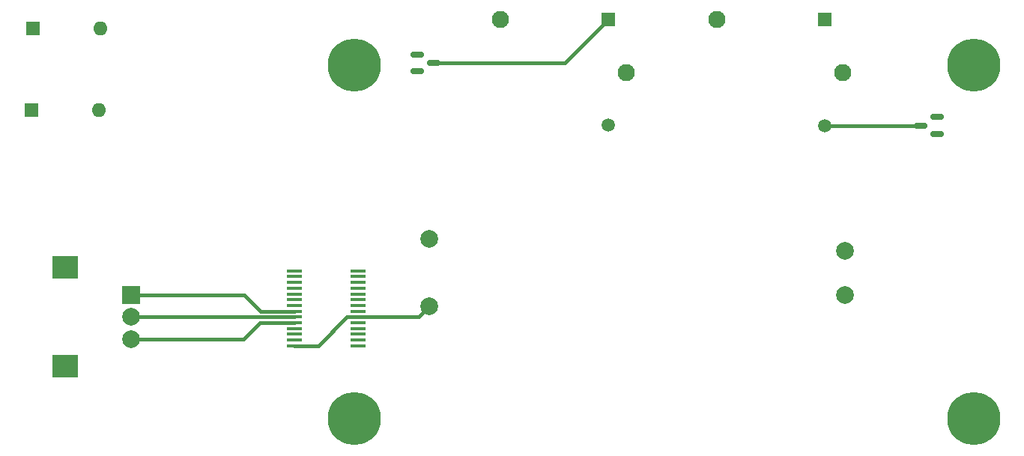
<source format=gbr>
%TF.GenerationSoftware,KiCad,Pcbnew,7.0.7*%
%TF.CreationDate,2023-12-17T16:56:00-07:00*%
%TF.ProjectId,Blank Cu Board,426c616e-6b20-4437-9520-426f6172642e,rev?*%
%TF.SameCoordinates,Original*%
%TF.FileFunction,Copper,L1,Top*%
%TF.FilePolarity,Positive*%
%FSLAX46Y46*%
G04 Gerber Fmt 4.6, Leading zero omitted, Abs format (unit mm)*
G04 Created by KiCad (PCBNEW 7.0.7) date 2023-12-17 16:56:00*
%MOMM*%
%LPD*%
G01*
G04 APERTURE LIST*
G04 Aperture macros list*
%AMRoundRect*
0 Rectangle with rounded corners*
0 $1 Rounding radius*
0 $2 $3 $4 $5 $6 $7 $8 $9 X,Y pos of 4 corners*
0 Add a 4 corners polygon primitive as box body*
4,1,4,$2,$3,$4,$5,$6,$7,$8,$9,$2,$3,0*
0 Add four circle primitives for the rounded corners*
1,1,$1+$1,$2,$3*
1,1,$1+$1,$4,$5*
1,1,$1+$1,$6,$7*
1,1,$1+$1,$8,$9*
0 Add four rect primitives between the rounded corners*
20,1,$1+$1,$2,$3,$4,$5,0*
20,1,$1+$1,$4,$5,$6,$7,0*
20,1,$1+$1,$6,$7,$8,$9,0*
20,1,$1+$1,$8,$9,$2,$3,0*%
G04 Aperture macros list end*
%TA.AperFunction,ComponentPad*%
%ADD10C,2.000000*%
%TD*%
%TA.AperFunction,ComponentPad*%
%ADD11R,1.600000X1.600000*%
%TD*%
%TA.AperFunction,ComponentPad*%
%ADD12O,1.600000X1.600000*%
%TD*%
%TA.AperFunction,SMDPad,CuDef*%
%ADD13RoundRect,0.150000X0.587500X0.150000X-0.587500X0.150000X-0.587500X-0.150000X0.587500X-0.150000X0*%
%TD*%
%TA.AperFunction,ComponentPad*%
%ADD14R,1.500000X1.500000*%
%TD*%
%TA.AperFunction,ComponentPad*%
%ADD15C,1.950000*%
%TD*%
%TA.AperFunction,ComponentPad*%
%ADD16C,1.500000*%
%TD*%
%TA.AperFunction,SMDPad,CuDef*%
%ADD17R,1.750000X0.450000*%
%TD*%
%TA.AperFunction,SMDPad,CuDef*%
%ADD18RoundRect,0.150000X-0.587500X-0.150000X0.587500X-0.150000X0.587500X0.150000X-0.587500X0.150000X0*%
%TD*%
%TA.AperFunction,ComponentPad*%
%ADD19C,6.000000*%
%TD*%
%TA.AperFunction,ComponentPad*%
%ADD20R,2.000000X2.000000*%
%TD*%
%TA.AperFunction,ComponentPad*%
%ADD21R,3.000000X2.500000*%
%TD*%
%TA.AperFunction,Conductor*%
%ADD22C,0.400000*%
%TD*%
%TA.AperFunction,Conductor*%
%ADD23C,0.250000*%
%TD*%
G04 APERTURE END LIST*
D10*
%TO.P,PS1,1,N*%
%TO.N,unconnected-(PS1-N-Pad1)*%
X190320000Y-94480000D03*
%TO.P,PS1,2,L*%
%TO.N,Net-(K1-COM)*%
X190320000Y-99480000D03*
%TO.P,PS1,3,5V+*%
%TO.N,Net-(PS1-5V+)*%
X143330000Y-100790000D03*
%TO.P,PS1,4,5V-*%
%TO.N,GND*%
X143320000Y-93170000D03*
%TD*%
D11*
%TO.P,D2,1,K*%
%TO.N,unconnected-(D2-K-Pad1)*%
X98347500Y-78620000D03*
D12*
%TO.P,D2,2,A*%
%TO.N,unconnected-(D2-A-Pad2)*%
X105967500Y-78620000D03*
%TD*%
D13*
%TO.P,Q1,1,G*%
%TO.N,unconnected-(Q1-G-Pad1)*%
X200737500Y-81290000D03*
%TO.P,Q1,2,S*%
%TO.N,unconnected-(Q1-S-Pad2)*%
X200737500Y-79390000D03*
%TO.P,Q1,3,D*%
%TO.N,Net-(K1-COIL_2)*%
X198862500Y-80340000D03*
%TD*%
D14*
%TO.P,K1,1,COIL_1*%
%TO.N,GND*%
X188000000Y-68360000D03*
D15*
%TO.P,K1,2,NO*%
%TO.N,unconnected-(K1-NO-Pad2)*%
X175800000Y-68360000D03*
D16*
%TO.P,K1,3,COIL_2*%
%TO.N,Net-(K1-COIL_2)*%
X188000000Y-80360000D03*
D15*
%TO.P,K1,4,COM*%
%TO.N,Net-(K1-COM)*%
X190000000Y-74360000D03*
%TD*%
D14*
%TO.P,K2,1,COIL_1*%
%TO.N,Net-(K2-COIL_1)*%
X163570000Y-68320000D03*
D15*
%TO.P,K2,2,NO*%
%TO.N,unconnected-(K2-NO-Pad2)*%
X151370000Y-68320000D03*
D16*
%TO.P,K2,3,COIL_2*%
%TO.N,GND*%
X163570000Y-80320000D03*
D15*
%TO.P,K2,4,COM*%
%TO.N,Net-(K1-COM)*%
X165570000Y-74320000D03*
%TD*%
D17*
%TO.P,U1,1,PA7*%
%TO.N,unconnected-(U1-PA7-Pad1)*%
X128090000Y-96780000D03*
%TO.P,U1,2,PC0*%
%TO.N,unconnected-(U1-PC0-Pad2)*%
X128090000Y-97430000D03*
%TO.P,U1,3,PC1*%
%TO.N,unconnected-(U1-PC1-Pad3)*%
X128090000Y-98080000D03*
%TO.P,U1,4,PC2*%
%TO.N,unconnected-(U1-PC2-Pad4)*%
X128090000Y-98730000D03*
%TO.P,U1,5,PC3*%
%TO.N,unconnected-(U1-PC3-Pad5)*%
X128090000Y-99380000D03*
%TO.P,U1,6,PD0*%
%TO.N,unconnected-(U1-PD0-Pad6)*%
X128090000Y-100030000D03*
%TO.P,U1,7,PD1*%
%TO.N,unconnected-(U1-PD1-Pad7)*%
X128090000Y-100680000D03*
%TO.P,U1,8,PD2*%
%TO.N,Net-(U1-PD2)*%
X128090000Y-101330000D03*
%TO.P,U1,9,PD3*%
%TO.N,Net-(U1-PD3)*%
X128090000Y-101980000D03*
%TO.P,U1,10,PD4*%
%TO.N,Net-(U1-PD4)*%
X128090000Y-102630000D03*
%TO.P,U1,11,PD5*%
%TO.N,Net-(U1-PD5)*%
X128090000Y-103280000D03*
%TO.P,U1,12,PD6*%
%TO.N,unconnected-(U1-PD6-Pad12)*%
X128090000Y-103930000D03*
%TO.P,U1,13,PD7*%
%TO.N,unconnected-(U1-PD7-Pad13)*%
X128090000Y-104580000D03*
%TO.P,U1,14,AVDD*%
%TO.N,Net-(PS1-5V+)*%
X128090000Y-105230000D03*
%TO.P,U1,15,GND*%
%TO.N,Net-(U1-GND-Pad15)*%
X135290000Y-105230000D03*
%TO.P,U1,16,PF0/TOSC1*%
%TO.N,unconnected-(U1-PF0{slash}TOSC1-Pad16)*%
X135290000Y-104580000D03*
%TO.P,U1,17,PF1/TOSC2*%
%TO.N,unconnected-(U1-PF1{slash}TOSC2-Pad17)*%
X135290000Y-103930000D03*
%TO.P,U1,18,PF6/~{RESET}*%
%TO.N,unconnected-(U1-PF6{slash}~{RESET}-Pad18)*%
X135290000Y-103280000D03*
%TO.P,U1,19,UPDI*%
%TO.N,unconnected-(U1-UPDI-Pad19)*%
X135290000Y-102630000D03*
%TO.P,U1,20,VDD*%
%TO.N,Net-(PS1-5V+)*%
X135290000Y-101980000D03*
%TO.P,U1,21,GND*%
%TO.N,Net-(U1-GND-Pad15)*%
X135290000Y-101330000D03*
%TO.P,U1,22,EXTCLK/PA0*%
%TO.N,unconnected-(U1-EXTCLK{slash}PA0-Pad22)*%
X135290000Y-100680000D03*
%TO.P,U1,23,PA1*%
%TO.N,unconnected-(U1-PA1-Pad23)*%
X135290000Y-100030000D03*
%TO.P,U1,24,PA2*%
%TO.N,unconnected-(U1-PA2-Pad24)*%
X135290000Y-99380000D03*
%TO.P,U1,25,PA3*%
%TO.N,unconnected-(U1-PA3-Pad25)*%
X135290000Y-98730000D03*
%TO.P,U1,26,PA4*%
%TO.N,unconnected-(U1-PA4-Pad26)*%
X135290000Y-98080000D03*
%TO.P,U1,27,PA5*%
%TO.N,unconnected-(U1-PA5-Pad27)*%
X135290000Y-97430000D03*
%TO.P,U1,28,PA6*%
%TO.N,unconnected-(U1-PA6-Pad28)*%
X135290000Y-96780000D03*
%TD*%
D18*
%TO.P,Q2,1,G*%
%TO.N,unconnected-(Q2-G-Pad1)*%
X141930000Y-72330000D03*
%TO.P,Q2,2,S*%
%TO.N,unconnected-(Q2-S-Pad2)*%
X141930000Y-74230000D03*
%TO.P,Q2,3,D*%
%TO.N,Net-(K2-COIL_1)*%
X143805000Y-73280000D03*
%TD*%
D11*
%TO.P,D1,1,K*%
%TO.N,unconnected-(D1-K-Pad1)*%
X98505000Y-69330000D03*
D12*
%TO.P,D1,2,A*%
%TO.N,unconnected-(D1-A-Pad2)*%
X106125000Y-69330000D03*
%TD*%
D19*
%TO.P,DS1,MH1,MH1*%
%TO.N,unconnected-(DS1-PadMH1)*%
X204830000Y-73480000D03*
%TO.P,DS1,MH2,MH2*%
%TO.N,unconnected-(DS1-PadMH2)*%
X204830000Y-113480000D03*
%TO.P,DS1,MH3,MH3*%
%TO.N,unconnected-(DS1-PadMH3)*%
X134830000Y-113480000D03*
%TO.P,DS1,MH4,MH4*%
%TO.N,unconnected-(DS1-PadMH4)*%
X134830000Y-73480000D03*
%TD*%
D20*
%TO.P,SW1,A,A*%
%TO.N,Net-(U1-PD2)*%
X109640000Y-99490000D03*
D10*
%TO.P,SW1,B,B*%
%TO.N,Net-(U1-PD4)*%
X109640000Y-104490000D03*
%TO.P,SW1,C,C*%
%TO.N,Net-(U1-PD3)*%
X109640000Y-101990000D03*
D21*
%TO.P,SW1,MP*%
%TO.N,N/C*%
X102140000Y-107590000D03*
X102140000Y-96390000D03*
%TD*%
D22*
%TO.N,Net-(K1-COIL_2)*%
X198705000Y-80360000D02*
X188000000Y-80360000D01*
D23*
X198885000Y-80180000D02*
X198705000Y-80360000D01*
D22*
%TO.N,Net-(K2-COIL_1)*%
X158610000Y-73280000D02*
X143805000Y-73280000D01*
X163570000Y-68320000D02*
X158610000Y-73280000D01*
%TO.N,Net-(PS1-5V+)*%
X130765000Y-105230000D02*
X128090000Y-105230000D01*
X134015000Y-101980000D02*
X130765000Y-105230000D01*
X135290000Y-101980000D02*
X134015000Y-101980000D01*
X142140000Y-101980000D02*
X143330000Y-100790000D01*
X135290000Y-101980000D02*
X142140000Y-101980000D01*
%TO.N,Net-(U1-PD4)*%
X124200000Y-102630000D02*
X122340000Y-104490000D01*
X128090000Y-102630000D02*
X124200000Y-102630000D01*
X122340000Y-104490000D02*
X109640000Y-104490000D01*
%TO.N,Net-(U1-PD2)*%
X128090000Y-101330000D02*
X124220000Y-101330000D01*
X124220000Y-101330000D02*
X122380000Y-99490000D01*
X122380000Y-99490000D02*
X109640000Y-99490000D01*
%TO.N,Net-(U1-PD3)*%
X128090000Y-101980000D02*
X109650000Y-101980000D01*
D23*
X109650000Y-101980000D02*
X109640000Y-101990000D01*
%TD*%
M02*

</source>
